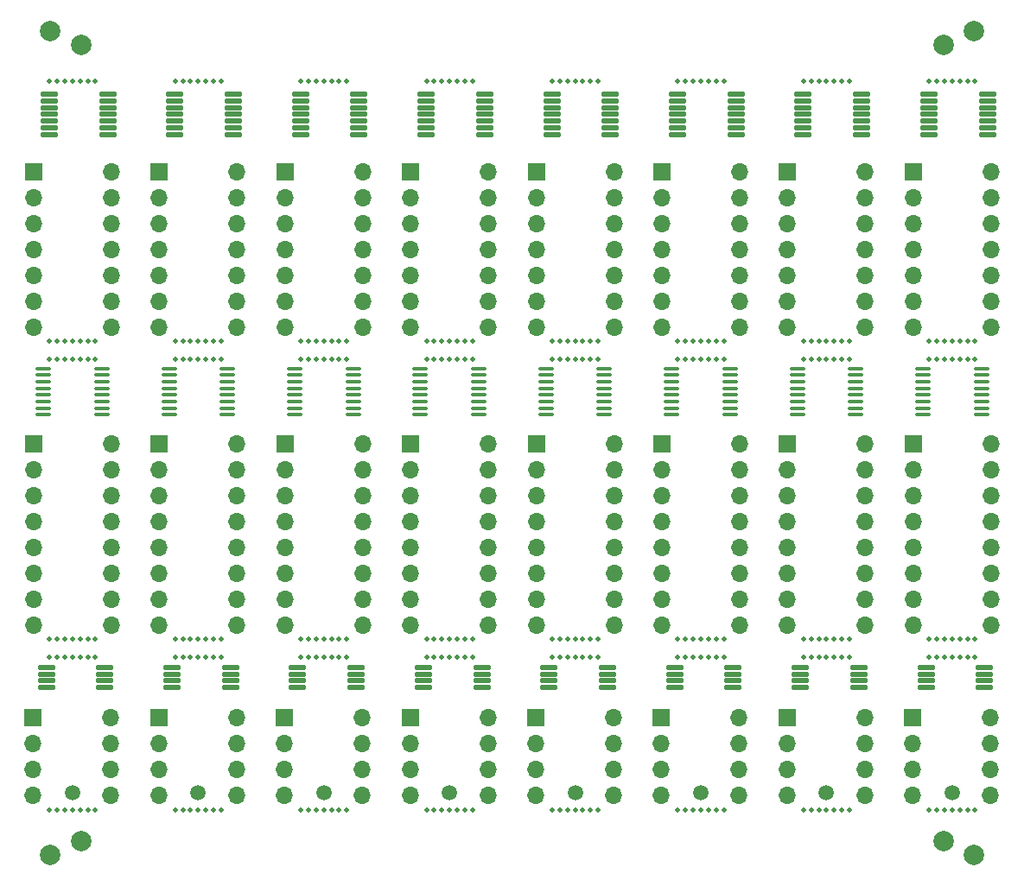
<source format=gts>
%TF.GenerationSoftware,KiCad,Pcbnew,8.0.5*%
%TF.CreationDate,2024-12-01T20:09:50-08:00*%
%TF.ProjectId,tssop,7473736f-702e-46b6-9963-61645f706362,rev?*%
%TF.SameCoordinates,Original*%
%TF.FileFunction,Soldermask,Top*%
%TF.FilePolarity,Negative*%
%FSLAX46Y46*%
G04 Gerber Fmt 4.6, Leading zero omitted, Abs format (unit mm)*
G04 Created by KiCad (PCBNEW 8.0.5) date 2024-12-01 20:09:50*
%MOMM*%
%LPD*%
G01*
G04 APERTURE LIST*
G04 Aperture macros list*
%AMRoundRect*
0 Rectangle with rounded corners*
0 $1 Rounding radius*
0 $2 $3 $4 $5 $6 $7 $8 $9 X,Y pos of 4 corners*
0 Add a 4 corners polygon primitive as box body*
4,1,4,$2,$3,$4,$5,$6,$7,$8,$9,$2,$3,0*
0 Add four circle primitives for the rounded corners*
1,1,$1+$1,$2,$3*
1,1,$1+$1,$4,$5*
1,1,$1+$1,$6,$7*
1,1,$1+$1,$8,$9*
0 Add four rect primitives between the rounded corners*
20,1,$1+$1,$2,$3,$4,$5,0*
20,1,$1+$1,$4,$5,$6,$7,0*
20,1,$1+$1,$6,$7,$8,$9,0*
20,1,$1+$1,$8,$9,$2,$3,0*%
G04 Aperture macros list end*
%ADD10C,0.500000*%
%ADD11C,1.500000*%
%ADD12O,1.700000X1.700000*%
%ADD13RoundRect,0.100000X-0.637500X-0.100000X0.637500X-0.100000X0.637500X0.100000X-0.637500X0.100000X0*%
%ADD14C,2.000000*%
%ADD15RoundRect,0.020500X-0.764500X-0.184500X0.764500X-0.184500X0.764500X0.184500X-0.764500X0.184500X0*%
%ADD16R,1.700000X1.700000*%
G04 APERTURE END LIST*
D10*
%TO.C,KiKit_MB_41_8*%
X129780678Y-121334366D03*
%TD*%
%TO.C,KiKit_MB_21_6*%
X91343445Y-104582813D03*
%TD*%
%TO.C,KiKit_MB_34_6*%
X115968271Y-77126400D03*
%TD*%
%TO.C,KiKit_MB_28_10*%
X106655858Y-77126400D03*
%TD*%
D11*
%TO.C,J17*%
X104408405Y-119662813D03*
%TD*%
D10*
%TO.C,KiKit_MB_28_6*%
X103655858Y-77126400D03*
%TD*%
%TO.C,KiKit_MB_14_7*%
X79781026Y-49875000D03*
%TD*%
D12*
%TO.C,J14*%
X108167605Y-112246013D03*
X108167605Y-114786013D03*
X108167605Y-117326013D03*
X108167605Y-119866013D03*
%TD*%
D10*
%TO.C,KiKit_MB_40_6*%
X128280684Y-77126400D03*
%TD*%
%TO.C,KiKit_MB_42_10*%
X131280678Y-106332813D03*
%TD*%
D12*
%TO.C,J12*%
X120528218Y-103207647D03*
X120528218Y-100667647D03*
X120528218Y-98127647D03*
X120528218Y-95587647D03*
X120528218Y-93047647D03*
X120528218Y-90507647D03*
X120528218Y-87967647D03*
X120528218Y-85427647D03*
%TD*%
D11*
%TO.C,J17*%
X55158753Y-119662813D03*
%TD*%
D10*
%TO.C,KiKit_MB_21_10*%
X94343445Y-104582813D03*
%TD*%
%TO.C,KiKit_MB_29_7*%
X104405852Y-121334366D03*
%TD*%
%TO.C,KiKit_MB_32_5*%
X115218265Y-49875000D03*
%TD*%
%TO.C,KiKit_MB_31_6*%
X115968265Y-75376400D03*
%TD*%
D13*
%TO.C,U4*%
X138485544Y-78021847D03*
X138485544Y-78671847D03*
X138485544Y-79321847D03*
X138485544Y-79971847D03*
X138485544Y-80621847D03*
X138485544Y-81271847D03*
X138485544Y-81921847D03*
X138485544Y-82571847D03*
X144210544Y-82571847D03*
X144210544Y-81921847D03*
X144210544Y-81271847D03*
X144210544Y-80621847D03*
X144210544Y-79971847D03*
X144210544Y-79321847D03*
X144210544Y-78671847D03*
X144210544Y-78021847D03*
%TD*%
D10*
%TO.C,KiKit_MB_19_4*%
X89843439Y-75376400D03*
%TD*%
%TO.C,KiKit_MB_12_7*%
X67468613Y-106332813D03*
%TD*%
%TO.C,KiKit_MB_34_5*%
X115218271Y-77126400D03*
%TD*%
D14*
%TO.C,KiKit_TO_1*%
X52999953Y-45000000D03*
%TD*%
D10*
%TO.C,KiKit_MB_18_4*%
X77531026Y-106332813D03*
%TD*%
%TO.C,KiKit_MB_25_10*%
X106655852Y-75376400D03*
%TD*%
%TO.C,KiKit_MB_39_9*%
X130530684Y-104582813D03*
%TD*%
%TO.C,KiKit_MB_31_5*%
X115218265Y-75376400D03*
%TD*%
%TO.C,KiKit_MB_7_8*%
X68218613Y-75376400D03*
%TD*%
%TO.C,KiKit_MB_5_10*%
X57406200Y-121334366D03*
%TD*%
D14*
%TO.C,KiKit_FID_T_2*%
X140499304Y-46350000D03*
%TD*%
D10*
%TO.C,KiKit_MB_14_10*%
X82031026Y-49875000D03*
%TD*%
%TO.C,KiKit_MB_22_8*%
X92843445Y-77126400D03*
%TD*%
%TO.C,KiKit_MB_12_4*%
X65218613Y-106332813D03*
%TD*%
%TO.C,KiKit_MB_25_7*%
X104405852Y-75376400D03*
%TD*%
%TO.C,KiKit_MB_24_9*%
X93593439Y-106332813D03*
%TD*%
%TO.C,KiKit_MB_21_7*%
X92093445Y-104582813D03*
%TD*%
%TO.C,KiKit_MB_38_9*%
X130530678Y-49875000D03*
%TD*%
D15*
%TO.C,U5*%
X89807839Y-51177447D03*
X89807839Y-51827447D03*
X89807839Y-52477447D03*
X89807839Y-53127447D03*
X89807839Y-53777447D03*
X89807839Y-54427447D03*
X89807839Y-55077447D03*
X95547839Y-55077447D03*
X95547839Y-54427447D03*
X95547839Y-53777447D03*
X95547839Y-53127447D03*
X95547839Y-52477447D03*
X95547839Y-51827447D03*
X95547839Y-51177447D03*
%TD*%
D10*
%TO.C,KiKit_MB_29_9*%
X105905852Y-121334366D03*
%TD*%
%TO.C,KiKit_MB_48_10*%
X143593091Y-106332813D03*
%TD*%
D15*
%TO.C,U6*%
X138779844Y-107357413D03*
X138779844Y-108007413D03*
X138779844Y-108657413D03*
X138779844Y-109307413D03*
X144519844Y-109307413D03*
X144519844Y-108657413D03*
X144519844Y-108007413D03*
X144519844Y-107357413D03*
%TD*%
D10*
%TO.C,KiKit_MB_16_8*%
X80531032Y-77126400D03*
%TD*%
%TO.C,KiKit_MB_45_5*%
X139843097Y-104582813D03*
%TD*%
%TO.C,KiKit_MB_19_6*%
X91343439Y-75376400D03*
%TD*%
D12*
%TO.C,J10*%
X58966100Y-74000447D03*
X58966100Y-71460447D03*
X58966100Y-68920447D03*
X58966100Y-66380447D03*
X58966100Y-63840447D03*
X58966100Y-61300447D03*
X58966100Y-58760447D03*
%TD*%
D16*
%TO.C,J11*%
X137532991Y-58760447D03*
D12*
X137532991Y-61300447D03*
X137532991Y-63840447D03*
X137532991Y-66380447D03*
X137532991Y-68920447D03*
X137532991Y-71460447D03*
X137532991Y-74000447D03*
%TD*%
D10*
%TO.C,KiKit_MB_37_5*%
X127530678Y-75376400D03*
%TD*%
%TO.C,KiKit_MB_8_5*%
X65968613Y-49875000D03*
%TD*%
%TO.C,KiKit_MB_42_5*%
X127530678Y-106332813D03*
%TD*%
D12*
%TO.C,J12*%
X58966153Y-103207647D03*
X58966153Y-100667647D03*
X58966153Y-98127647D03*
X58966153Y-95587647D03*
X58966153Y-93047647D03*
X58966153Y-90507647D03*
X58966153Y-87967647D03*
X58966153Y-85427647D03*
%TD*%
D10*
%TO.C,KiKit_MB_11_9*%
X68968613Y-121334366D03*
%TD*%
%TO.C,KiKit_MB_44_7*%
X141343091Y-49875000D03*
%TD*%
%TO.C,KiKit_MB_32_9*%
X118218265Y-49875000D03*
%TD*%
%TO.C,KiKit_MB_1_7*%
X55156200Y-75376400D03*
%TD*%
%TO.C,KiKit_MB_31_8*%
X117468265Y-75376400D03*
%TD*%
%TO.C,KiKit_MB_28_9*%
X105905858Y-77126400D03*
%TD*%
%TO.C,KiKit_MB_48_8*%
X142093091Y-106332813D03*
%TD*%
%TO.C,KiKit_MB_46_9*%
X142843097Y-77126400D03*
%TD*%
%TO.C,KiKit_MB_35_9*%
X118218265Y-121334366D03*
%TD*%
D15*
%TO.C,U6*%
X89530192Y-107357413D03*
X89530192Y-108007413D03*
X89530192Y-108657413D03*
X89530192Y-109307413D03*
X95270192Y-109307413D03*
X95270192Y-108657413D03*
X95270192Y-108007413D03*
X95270192Y-107357413D03*
%TD*%
D10*
%TO.C,KiKit_MB_13_8*%
X80531026Y-75376400D03*
%TD*%
%TO.C,KiKit_MB_10_9*%
X68968619Y-77126400D03*
%TD*%
%TO.C,KiKit_MB_36_6*%
X115968265Y-106332813D03*
%TD*%
%TO.C,KiKit_MB_35_4*%
X114468265Y-121334366D03*
%TD*%
%TO.C,KiKit_MB_31_10*%
X118968265Y-75376400D03*
%TD*%
%TO.C,KiKit_MB_37_6*%
X128280678Y-75376400D03*
%TD*%
D12*
%TO.C,J12*%
X95903392Y-103207647D03*
X95903392Y-100667647D03*
X95903392Y-98127647D03*
X95903392Y-95587647D03*
X95903392Y-93047647D03*
X95903392Y-90507647D03*
X95903392Y-87967647D03*
X95903392Y-85427647D03*
%TD*%
D10*
%TO.C,KiKit_MB_8_6*%
X66718613Y-49875000D03*
%TD*%
%TO.C,KiKit_MB_8_10*%
X69718613Y-49875000D03*
%TD*%
%TO.C,KiKit_MB_39_5*%
X127530684Y-104582813D03*
%TD*%
%TO.C,KiKit_MB_8_9*%
X68968613Y-49875000D03*
%TD*%
D15*
%TO.C,U6*%
X114155018Y-107357413D03*
X114155018Y-108007413D03*
X114155018Y-108657413D03*
X114155018Y-109307413D03*
X119895018Y-109307413D03*
X119895018Y-108657413D03*
X119895018Y-108007413D03*
X119895018Y-107357413D03*
%TD*%
D10*
%TO.C,KiKit_MB_41_4*%
X126780678Y-121334366D03*
%TD*%
%TO.C,KiKit_MB_9_10*%
X69718619Y-104582813D03*
%TD*%
%TO.C,KiKit_MB_22_10*%
X94343445Y-77126400D03*
%TD*%
%TO.C,KiKit_MB_43_7*%
X141343091Y-75376400D03*
%TD*%
D12*
%TO.C,J14*%
X145104844Y-112246013D03*
X145104844Y-114786013D03*
X145104844Y-117326013D03*
X145104844Y-119866013D03*
%TD*%
D10*
%TO.C,KiKit_MB_14_9*%
X81281026Y-49875000D03*
%TD*%
%TO.C,KiKit_MB_5_6*%
X54406200Y-121334366D03*
%TD*%
%TO.C,KiKit_MB_11_8*%
X68218613Y-121334366D03*
%TD*%
%TO.C,KiKit_MB_13_4*%
X77531026Y-75376400D03*
%TD*%
%TO.C,KiKit_MB_20_4*%
X89843439Y-49875000D03*
%TD*%
%TO.C,KiKit_MB_19_10*%
X94343439Y-75376400D03*
%TD*%
%TO.C,KiKit_MB_10_4*%
X65218619Y-77126400D03*
%TD*%
%TO.C,KiKit_MB_10_7*%
X67468619Y-77126400D03*
%TD*%
%TO.C,KiKit_MB_28_8*%
X105155858Y-77126400D03*
%TD*%
D14*
%TO.C,KiKit_FID_T_1*%
X55999953Y-46350000D03*
%TD*%
D10*
%TO.C,KiKit_MB_27_6*%
X103655858Y-104582813D03*
%TD*%
%TO.C,KiKit_MB_33_6*%
X115968271Y-104582813D03*
%TD*%
%TO.C,KiKit_MB_40_7*%
X129030684Y-77126400D03*
%TD*%
%TO.C,KiKit_MB_7_9*%
X68968613Y-75376400D03*
%TD*%
D16*
%TO.C,J13*%
X63658566Y-85427647D03*
D12*
X63658566Y-87967647D03*
X63658566Y-90507647D03*
X63658566Y-93047647D03*
X63658566Y-95587647D03*
X63658566Y-98127647D03*
X63658566Y-100667647D03*
X63658566Y-103207647D03*
%TD*%
D10*
%TO.C,KiKit_MB_22_9*%
X93593445Y-77126400D03*
%TD*%
%TO.C,KiKit_MB_33_9*%
X118218271Y-104582813D03*
%TD*%
%TO.C,KiKit_MB_37_10*%
X131280678Y-75376400D03*
%TD*%
%TO.C,KiKit_MB_25_6*%
X103655852Y-75376400D03*
%TD*%
%TO.C,KiKit_MB_29_8*%
X105155852Y-121334366D03*
%TD*%
%TO.C,KiKit_MB_47_6*%
X140593091Y-121334366D03*
%TD*%
%TO.C,KiKit_MB_22_5*%
X90593445Y-77126400D03*
%TD*%
%TO.C,KiKit_MB_12_6*%
X66718613Y-106332813D03*
%TD*%
D11*
%TO.C,J17*%
X67471166Y-119662813D03*
%TD*%
D10*
%TO.C,KiKit_MB_16_6*%
X79031032Y-77126400D03*
%TD*%
%TO.C,KiKit_MB_3_7*%
X55156206Y-104582813D03*
%TD*%
%TO.C,KiKit_MB_27_5*%
X102905858Y-104582813D03*
%TD*%
%TO.C,KiKit_MB_23_7*%
X92093439Y-121334366D03*
%TD*%
%TO.C,KiKit_MB_38_6*%
X128280678Y-49875000D03*
%TD*%
%TO.C,KiKit_MB_22_4*%
X89843445Y-77126400D03*
%TD*%
%TO.C,KiKit_MB_5_8*%
X55906200Y-121334366D03*
%TD*%
%TO.C,KiKit_MB_10_10*%
X69718619Y-77126400D03*
%TD*%
%TO.C,KiKit_MB_41_6*%
X128280678Y-121334366D03*
%TD*%
D12*
%TO.C,J10*%
X132840578Y-74000447D03*
X132840578Y-71460447D03*
X132840578Y-68920447D03*
X132840578Y-66380447D03*
X132840578Y-63840447D03*
X132840578Y-61300447D03*
X132840578Y-58760447D03*
%TD*%
D10*
%TO.C,KiKit_MB_39_10*%
X131280684Y-104582813D03*
%TD*%
D16*
%TO.C,J11*%
X125220578Y-58760447D03*
D12*
X125220578Y-61300447D03*
X125220578Y-63840447D03*
X125220578Y-66380447D03*
X125220578Y-68920447D03*
X125220578Y-71460447D03*
X125220578Y-74000447D03*
%TD*%
D10*
%TO.C,KiKit_MB_25_5*%
X102905852Y-75376400D03*
%TD*%
%TO.C,KiKit_MB_47_10*%
X143593091Y-121334366D03*
%TD*%
%TO.C,KiKit_MB_27_10*%
X106655858Y-104582813D03*
%TD*%
%TO.C,KiKit_MB_27_4*%
X102155858Y-104582813D03*
%TD*%
%TO.C,KiKit_MB_14_4*%
X77531026Y-49875000D03*
%TD*%
%TO.C,KiKit_MB_2_7*%
X55156200Y-49875000D03*
%TD*%
%TO.C,KiKit_MB_17_4*%
X77531026Y-121334366D03*
%TD*%
%TO.C,KiKit_MB_17_9*%
X81281026Y-121334366D03*
%TD*%
%TO.C,KiKit_MB_26_9*%
X105905852Y-49875000D03*
%TD*%
D12*
%TO.C,J14*%
X95855192Y-112246013D03*
X95855192Y-114786013D03*
X95855192Y-117326013D03*
X95855192Y-119866013D03*
%TD*%
D10*
%TO.C,KiKit_MB_28_7*%
X104405858Y-77126400D03*
%TD*%
D15*
%TO.C,U5*%
X114432665Y-51177447D03*
X114432665Y-51827447D03*
X114432665Y-52477447D03*
X114432665Y-53127447D03*
X114432665Y-53777447D03*
X114432665Y-54427447D03*
X114432665Y-55077447D03*
X120172665Y-55077447D03*
X120172665Y-54427447D03*
X120172665Y-53777447D03*
X120172665Y-53127447D03*
X120172665Y-52477447D03*
X120172665Y-51827447D03*
X120172665Y-51177447D03*
%TD*%
D10*
%TO.C,KiKit_MB_4_8*%
X55906206Y-77126400D03*
%TD*%
%TO.C,KiKit_MB_9_4*%
X65218619Y-104582813D03*
%TD*%
D15*
%TO.C,U5*%
X126745078Y-51177447D03*
X126745078Y-51827447D03*
X126745078Y-52477447D03*
X126745078Y-53127447D03*
X126745078Y-53777447D03*
X126745078Y-54427447D03*
X126745078Y-55077447D03*
X132485078Y-55077447D03*
X132485078Y-54427447D03*
X132485078Y-53777447D03*
X132485078Y-53127447D03*
X132485078Y-52477447D03*
X132485078Y-51827447D03*
X132485078Y-51177447D03*
%TD*%
D12*
%TO.C,J14*%
X71230366Y-112246013D03*
X71230366Y-114786013D03*
X71230366Y-117326013D03*
X71230366Y-119866013D03*
%TD*%
D16*
%TO.C,J13*%
X75970979Y-85427647D03*
D12*
X75970979Y-87967647D03*
X75970979Y-90507647D03*
X75970979Y-93047647D03*
X75970979Y-95587647D03*
X75970979Y-98127647D03*
X75970979Y-100667647D03*
X75970979Y-103207647D03*
%TD*%
D10*
%TO.C,KiKit_MB_1_9*%
X56656200Y-75376400D03*
%TD*%
%TO.C,KiKit_MB_15_4*%
X77531032Y-104582813D03*
%TD*%
%TO.C,KiKit_MB_40_4*%
X126780684Y-77126400D03*
%TD*%
%TO.C,KiKit_MB_24_4*%
X89843439Y-106332813D03*
%TD*%
%TO.C,KiKit_MB_32_4*%
X114468265Y-49875000D03*
%TD*%
%TO.C,KiKit_MB_31_9*%
X118218265Y-75376400D03*
%TD*%
%TO.C,KiKit_MB_3_10*%
X57406206Y-104582813D03*
%TD*%
%TO.C,KiKit_MB_48_4*%
X139093091Y-106332813D03*
%TD*%
%TO.C,KiKit_MB_12_10*%
X69718613Y-106332813D03*
%TD*%
%TO.C,KiKit_MB_29_10*%
X106655852Y-121334366D03*
%TD*%
%TO.C,KiKit_MB_6_4*%
X52906200Y-106332813D03*
%TD*%
%TO.C,KiKit_MB_39_6*%
X128280684Y-104582813D03*
%TD*%
%TO.C,KiKit_MB_30_10*%
X106655852Y-106332813D03*
%TD*%
%TO.C,KiKit_MB_12_5*%
X65968613Y-106332813D03*
%TD*%
D16*
%TO.C,J11*%
X100595752Y-58760447D03*
D12*
X100595752Y-61300447D03*
X100595752Y-63840447D03*
X100595752Y-66380447D03*
X100595752Y-68920447D03*
X100595752Y-71460447D03*
X100595752Y-74000447D03*
%TD*%
D10*
%TO.C,KiKit_MB_18_8*%
X80531026Y-106332813D03*
%TD*%
%TO.C,KiKit_MB_44_9*%
X142843091Y-49875000D03*
%TD*%
%TO.C,KiKit_MB_20_5*%
X90593439Y-49875000D03*
%TD*%
D15*
%TO.C,U5*%
X77495426Y-51177447D03*
X77495426Y-51827447D03*
X77495426Y-52477447D03*
X77495426Y-53127447D03*
X77495426Y-53777447D03*
X77495426Y-54427447D03*
X77495426Y-55077447D03*
X83235426Y-55077447D03*
X83235426Y-54427447D03*
X83235426Y-53777447D03*
X83235426Y-53127447D03*
X83235426Y-52477447D03*
X83235426Y-51827447D03*
X83235426Y-51177447D03*
%TD*%
D10*
%TO.C,KiKit_MB_4_6*%
X54406206Y-77126400D03*
%TD*%
%TO.C,KiKit_MB_4_5*%
X53656206Y-77126400D03*
%TD*%
D11*
%TO.C,J17*%
X141345644Y-119662813D03*
%TD*%
D10*
%TO.C,KiKit_MB_25_8*%
X105155852Y-75376400D03*
%TD*%
D16*
%TO.C,J15*%
X63610366Y-112246013D03*
D12*
X63610366Y-114786013D03*
X63610366Y-117326013D03*
X63610366Y-119866013D03*
%TD*%
D10*
%TO.C,KiKit_MB_4_7*%
X55156206Y-77126400D03*
%TD*%
%TO.C,KiKit_MB_6_5*%
X53656200Y-106332813D03*
%TD*%
%TO.C,KiKit_MB_13_7*%
X79781026Y-75376400D03*
%TD*%
D16*
%TO.C,J11*%
X112908165Y-58760447D03*
D12*
X112908165Y-61300447D03*
X112908165Y-63840447D03*
X112908165Y-66380447D03*
X112908165Y-68920447D03*
X112908165Y-71460447D03*
X112908165Y-74000447D03*
%TD*%
D13*
%TO.C,U4*%
X52298653Y-78021847D03*
X52298653Y-78671847D03*
X52298653Y-79321847D03*
X52298653Y-79971847D03*
X52298653Y-80621847D03*
X52298653Y-81271847D03*
X52298653Y-81921847D03*
X52298653Y-82571847D03*
X58023653Y-82571847D03*
X58023653Y-81921847D03*
X58023653Y-81271847D03*
X58023653Y-80621847D03*
X58023653Y-79971847D03*
X58023653Y-79321847D03*
X58023653Y-78671847D03*
X58023653Y-78021847D03*
%TD*%
D10*
%TO.C,KiKit_MB_34_8*%
X117468271Y-77126400D03*
%TD*%
%TO.C,KiKit_MB_35_5*%
X115218265Y-121334366D03*
%TD*%
%TO.C,KiKit_MB_33_8*%
X117468271Y-104582813D03*
%TD*%
%TO.C,KiKit_MB_12_9*%
X68968613Y-106332813D03*
%TD*%
D16*
%TO.C,J13*%
X100595805Y-85427647D03*
D12*
X100595805Y-87967647D03*
X100595805Y-90507647D03*
X100595805Y-93047647D03*
X100595805Y-95587647D03*
X100595805Y-98127647D03*
X100595805Y-100667647D03*
X100595805Y-103207647D03*
%TD*%
D10*
%TO.C,KiKit_MB_36_10*%
X118968265Y-106332813D03*
%TD*%
%TO.C,KiKit_MB_9_6*%
X66718619Y-104582813D03*
%TD*%
%TO.C,KiKit_MB_2_8*%
X55906200Y-49875000D03*
%TD*%
%TO.C,KiKit_MB_30_6*%
X103655852Y-106332813D03*
%TD*%
%TO.C,KiKit_MB_3_4*%
X52906206Y-104582813D03*
%TD*%
%TO.C,KiKit_MB_10_8*%
X68218619Y-77126400D03*
%TD*%
%TO.C,KiKit_MB_24_7*%
X92093439Y-106332813D03*
%TD*%
%TO.C,KiKit_MB_23_4*%
X89843439Y-121334366D03*
%TD*%
%TO.C,KiKit_MB_31_7*%
X116718265Y-75376400D03*
%TD*%
%TO.C,KiKit_MB_14_8*%
X80531026Y-49875000D03*
%TD*%
%TO.C,KiKit_MB_5_7*%
X55156200Y-121334366D03*
%TD*%
%TO.C,KiKit_MB_1_4*%
X52906200Y-75376400D03*
%TD*%
%TO.C,KiKit_MB_44_4*%
X139093091Y-49875000D03*
%TD*%
D12*
%TO.C,J10*%
X145152991Y-74000447D03*
X145152991Y-71460447D03*
X145152991Y-68920447D03*
X145152991Y-66380447D03*
X145152991Y-63840447D03*
X145152991Y-61300447D03*
X145152991Y-58760447D03*
%TD*%
D10*
%TO.C,KiKit_MB_4_4*%
X52906206Y-77126400D03*
%TD*%
%TO.C,KiKit_MB_18_6*%
X79031026Y-106332813D03*
%TD*%
D15*
%TO.C,U5*%
X65183013Y-51177447D03*
X65183013Y-51827447D03*
X65183013Y-52477447D03*
X65183013Y-53127447D03*
X65183013Y-53777447D03*
X65183013Y-54427447D03*
X65183013Y-55077447D03*
X70923013Y-55077447D03*
X70923013Y-54427447D03*
X70923013Y-53777447D03*
X70923013Y-53127447D03*
X70923013Y-52477447D03*
X70923013Y-51827447D03*
X70923013Y-51177447D03*
%TD*%
D10*
%TO.C,KiKit_MB_23_6*%
X91343439Y-121334366D03*
%TD*%
%TO.C,KiKit_MB_16_10*%
X82031032Y-77126400D03*
%TD*%
%TO.C,KiKit_MB_3_8*%
X55906206Y-104582813D03*
%TD*%
%TO.C,KiKit_MB_26_6*%
X103655852Y-49875000D03*
%TD*%
%TO.C,KiKit_MB_11_5*%
X65968613Y-121334366D03*
%TD*%
%TO.C,KiKit_MB_32_6*%
X115968265Y-49875000D03*
%TD*%
%TO.C,KiKit_MB_19_8*%
X92843439Y-75376400D03*
%TD*%
%TO.C,KiKit_MB_43_9*%
X142843091Y-75376400D03*
%TD*%
%TO.C,KiKit_MB_36_5*%
X115218265Y-106332813D03*
%TD*%
%TO.C,KiKit_MB_42_7*%
X129030678Y-106332813D03*
%TD*%
D13*
%TO.C,U4*%
X126173131Y-78021847D03*
X126173131Y-78671847D03*
X126173131Y-79321847D03*
X126173131Y-79971847D03*
X126173131Y-80621847D03*
X126173131Y-81271847D03*
X126173131Y-81921847D03*
X126173131Y-82571847D03*
X131898131Y-82571847D03*
X131898131Y-81921847D03*
X131898131Y-81271847D03*
X131898131Y-80621847D03*
X131898131Y-79971847D03*
X131898131Y-79321847D03*
X131898131Y-78671847D03*
X131898131Y-78021847D03*
%TD*%
D10*
%TO.C,KiKit_MB_3_5*%
X53656206Y-104582813D03*
%TD*%
D16*
%TO.C,J13*%
X125220631Y-85427647D03*
D12*
X125220631Y-87967647D03*
X125220631Y-90507647D03*
X125220631Y-93047647D03*
X125220631Y-95587647D03*
X125220631Y-98127647D03*
X125220631Y-100667647D03*
X125220631Y-103207647D03*
%TD*%
D16*
%TO.C,J15*%
X75922779Y-112246013D03*
D12*
X75922779Y-114786013D03*
X75922779Y-117326013D03*
X75922779Y-119866013D03*
%TD*%
D16*
%TO.C,J13*%
X51346153Y-85427647D03*
D12*
X51346153Y-87967647D03*
X51346153Y-90507647D03*
X51346153Y-93047647D03*
X51346153Y-95587647D03*
X51346153Y-98127647D03*
X51346153Y-100667647D03*
X51346153Y-103207647D03*
%TD*%
D10*
%TO.C,KiKit_MB_26_5*%
X102905852Y-49875000D03*
%TD*%
%TO.C,KiKit_MB_35_10*%
X118968265Y-121334366D03*
%TD*%
%TO.C,KiKit_MB_27_8*%
X105155858Y-104582813D03*
%TD*%
%TO.C,KiKit_MB_33_7*%
X116718271Y-104582813D03*
%TD*%
%TO.C,KiKit_MB_42_4*%
X126780678Y-106332813D03*
%TD*%
%TO.C,KiKit_MB_5_5*%
X53656200Y-121334366D03*
%TD*%
%TO.C,KiKit_MB_17_7*%
X79781026Y-121334366D03*
%TD*%
%TO.C,KiKit_MB_36_4*%
X114468265Y-106332813D03*
%TD*%
D11*
%TO.C,J17*%
X92095992Y-119662813D03*
%TD*%
D12*
%TO.C,J10*%
X83590926Y-74000447D03*
X83590926Y-71460447D03*
X83590926Y-68920447D03*
X83590926Y-66380447D03*
X83590926Y-63840447D03*
X83590926Y-61300447D03*
X83590926Y-58760447D03*
%TD*%
D10*
%TO.C,KiKit_MB_14_5*%
X78281026Y-49875000D03*
%TD*%
D16*
%TO.C,J15*%
X137484844Y-112246013D03*
D12*
X137484844Y-114786013D03*
X137484844Y-117326013D03*
X137484844Y-119866013D03*
%TD*%
D10*
%TO.C,KiKit_MB_20_7*%
X92093439Y-49875000D03*
%TD*%
%TO.C,KiKit_MB_7_4*%
X65218613Y-75376400D03*
%TD*%
%TO.C,KiKit_MB_37_9*%
X130530678Y-75376400D03*
%TD*%
D12*
%TO.C,J14*%
X132792431Y-112246013D03*
X132792431Y-114786013D03*
X132792431Y-117326013D03*
X132792431Y-119866013D03*
%TD*%
D10*
%TO.C,KiKit_MB_39_8*%
X129780684Y-104582813D03*
%TD*%
D16*
%TO.C,J11*%
X63658513Y-58760447D03*
D12*
X63658513Y-61300447D03*
X63658513Y-63840447D03*
X63658513Y-66380447D03*
X63658513Y-68920447D03*
X63658513Y-71460447D03*
X63658513Y-74000447D03*
%TD*%
D10*
%TO.C,KiKit_MB_30_8*%
X105155852Y-106332813D03*
%TD*%
%TO.C,KiKit_MB_33_4*%
X114468271Y-104582813D03*
%TD*%
%TO.C,KiKit_MB_5_9*%
X56656200Y-121334366D03*
%TD*%
%TO.C,KiKit_MB_10_6*%
X66718619Y-77126400D03*
%TD*%
%TO.C,KiKit_MB_36_8*%
X117468265Y-106332813D03*
%TD*%
%TO.C,KiKit_MB_24_5*%
X90593439Y-106332813D03*
%TD*%
%TO.C,KiKit_MB_27_7*%
X104405858Y-104582813D03*
%TD*%
%TO.C,KiKit_MB_15_6*%
X79031032Y-104582813D03*
%TD*%
%TO.C,KiKit_MB_4_9*%
X56656206Y-77126400D03*
%TD*%
D13*
%TO.C,U4*%
X89235892Y-78021847D03*
X89235892Y-78671847D03*
X89235892Y-79321847D03*
X89235892Y-79971847D03*
X89235892Y-80621847D03*
X89235892Y-81271847D03*
X89235892Y-81921847D03*
X89235892Y-82571847D03*
X94960892Y-82571847D03*
X94960892Y-81921847D03*
X94960892Y-81271847D03*
X94960892Y-80621847D03*
X94960892Y-79971847D03*
X94960892Y-79321847D03*
X94960892Y-78671847D03*
X94960892Y-78021847D03*
%TD*%
D10*
%TO.C,KiKit_MB_34_4*%
X114468271Y-77126400D03*
%TD*%
D15*
%TO.C,U6*%
X101842605Y-107357413D03*
X101842605Y-108007413D03*
X101842605Y-108657413D03*
X101842605Y-109307413D03*
X107582605Y-109307413D03*
X107582605Y-108657413D03*
X107582605Y-108007413D03*
X107582605Y-107357413D03*
%TD*%
D10*
%TO.C,KiKit_MB_3_9*%
X56656206Y-104582813D03*
%TD*%
%TO.C,KiKit_MB_15_9*%
X81281032Y-104582813D03*
%TD*%
D12*
%TO.C,J12*%
X71278566Y-103207647D03*
X71278566Y-100667647D03*
X71278566Y-98127647D03*
X71278566Y-95587647D03*
X71278566Y-93047647D03*
X71278566Y-90507647D03*
X71278566Y-87967647D03*
X71278566Y-85427647D03*
%TD*%
D10*
%TO.C,KiKit_MB_47_8*%
X142093091Y-121334366D03*
%TD*%
D12*
%TO.C,J10*%
X108215752Y-74000447D03*
X108215752Y-71460447D03*
X108215752Y-68920447D03*
X108215752Y-66380447D03*
X108215752Y-63840447D03*
X108215752Y-61300447D03*
X108215752Y-58760447D03*
%TD*%
%TO.C,J10*%
X95903339Y-74000447D03*
X95903339Y-71460447D03*
X95903339Y-68920447D03*
X95903339Y-66380447D03*
X95903339Y-63840447D03*
X95903339Y-61300447D03*
X95903339Y-58760447D03*
%TD*%
D10*
%TO.C,KiKit_MB_21_5*%
X90593445Y-104582813D03*
%TD*%
%TO.C,KiKit_MB_16_5*%
X78281032Y-77126400D03*
%TD*%
%TO.C,KiKit_MB_40_9*%
X130530684Y-77126400D03*
%TD*%
%TO.C,KiKit_MB_6_9*%
X56656200Y-106332813D03*
%TD*%
%TO.C,KiKit_MB_46_4*%
X139093097Y-77126400D03*
%TD*%
%TO.C,KiKit_MB_4_10*%
X57406206Y-77126400D03*
%TD*%
%TO.C,KiKit_MB_38_7*%
X129030678Y-49875000D03*
%TD*%
%TO.C,KiKit_MB_6_10*%
X57406200Y-106332813D03*
%TD*%
%TO.C,KiKit_MB_32_7*%
X116718265Y-49875000D03*
%TD*%
%TO.C,KiKit_MB_13_6*%
X79031026Y-75376400D03*
%TD*%
%TO.C,KiKit_MB_30_5*%
X102905852Y-106332813D03*
%TD*%
%TO.C,KiKit_MB_44_5*%
X139843091Y-49875000D03*
%TD*%
%TO.C,KiKit_MB_21_8*%
X92843445Y-104582813D03*
%TD*%
%TO.C,KiKit_MB_35_7*%
X116718265Y-121334366D03*
%TD*%
%TO.C,KiKit_MB_1_8*%
X55906200Y-75376400D03*
%TD*%
D16*
%TO.C,J15*%
X51297953Y-112246013D03*
D12*
X51297953Y-114786013D03*
X51297953Y-117326013D03*
X51297953Y-119866013D03*
%TD*%
D10*
%TO.C,KiKit_MB_21_4*%
X89843445Y-104582813D03*
%TD*%
%TO.C,KiKit_MB_16_9*%
X81281032Y-77126400D03*
%TD*%
%TO.C,KiKit_MB_28_4*%
X102155858Y-77126400D03*
%TD*%
%TO.C,KiKit_MB_48_5*%
X139843091Y-106332813D03*
%TD*%
%TO.C,KiKit_MB_13_9*%
X81281026Y-75376400D03*
%TD*%
%TO.C,KiKit_MB_2_9*%
X56656200Y-49875000D03*
%TD*%
%TO.C,KiKit_MB_23_8*%
X92843439Y-121334366D03*
%TD*%
D15*
%TO.C,U6*%
X77217779Y-107357413D03*
X77217779Y-108007413D03*
X77217779Y-108657413D03*
X77217779Y-109307413D03*
X82957779Y-109307413D03*
X82957779Y-108657413D03*
X82957779Y-108007413D03*
X82957779Y-107357413D03*
%TD*%
%TO.C,U5*%
X52870600Y-51177447D03*
X52870600Y-51827447D03*
X52870600Y-52477447D03*
X52870600Y-53127447D03*
X52870600Y-53777447D03*
X52870600Y-54427447D03*
X52870600Y-55077447D03*
X58610600Y-55077447D03*
X58610600Y-54427447D03*
X58610600Y-53777447D03*
X58610600Y-53127447D03*
X58610600Y-52477447D03*
X58610600Y-51827447D03*
X58610600Y-51177447D03*
%TD*%
D16*
%TO.C,J15*%
X100547605Y-112246013D03*
D12*
X100547605Y-114786013D03*
X100547605Y-117326013D03*
X100547605Y-119866013D03*
%TD*%
D10*
%TO.C,KiKit_MB_9_8*%
X68218619Y-104582813D03*
%TD*%
%TO.C,KiKit_MB_11_4*%
X65218613Y-121334366D03*
%TD*%
D12*
%TO.C,J12*%
X145153044Y-103207647D03*
X145153044Y-100667647D03*
X145153044Y-98127647D03*
X145153044Y-95587647D03*
X145153044Y-93047647D03*
X145153044Y-90507647D03*
X145153044Y-87967647D03*
X145153044Y-85427647D03*
%TD*%
D10*
%TO.C,KiKit_MB_26_4*%
X102155852Y-49875000D03*
%TD*%
%TO.C,KiKit_MB_45_7*%
X141343097Y-104582813D03*
%TD*%
%TO.C,KiKit_MB_16_7*%
X79781032Y-77126400D03*
%TD*%
%TO.C,KiKit_MB_47_5*%
X139843091Y-121334366D03*
%TD*%
D12*
%TO.C,J10*%
X71278513Y-74000447D03*
X71278513Y-71460447D03*
X71278513Y-68920447D03*
X71278513Y-66380447D03*
X71278513Y-63840447D03*
X71278513Y-61300447D03*
X71278513Y-58760447D03*
%TD*%
D10*
%TO.C,KiKit_MB_5_4*%
X52906200Y-121334366D03*
%TD*%
%TO.C,KiKit_MB_41_10*%
X131280678Y-121334366D03*
%TD*%
%TO.C,KiKit_MB_8_7*%
X67468613Y-49875000D03*
%TD*%
D16*
%TO.C,J15*%
X125172431Y-112246013D03*
D12*
X125172431Y-114786013D03*
X125172431Y-117326013D03*
X125172431Y-119866013D03*
%TD*%
D10*
%TO.C,KiKit_MB_20_10*%
X94343439Y-49875000D03*
%TD*%
D15*
%TO.C,U6*%
X64905366Y-107357413D03*
X64905366Y-108007413D03*
X64905366Y-108657413D03*
X64905366Y-109307413D03*
X70645366Y-109307413D03*
X70645366Y-108657413D03*
X70645366Y-108007413D03*
X70645366Y-107357413D03*
%TD*%
D10*
%TO.C,KiKit_MB_17_8*%
X80531026Y-121334366D03*
%TD*%
%TO.C,KiKit_MB_37_8*%
X129780678Y-75376400D03*
%TD*%
D16*
%TO.C,J11*%
X51346100Y-58760447D03*
D12*
X51346100Y-61300447D03*
X51346100Y-63840447D03*
X51346100Y-66380447D03*
X51346100Y-68920447D03*
X51346100Y-71460447D03*
X51346100Y-74000447D03*
%TD*%
D10*
%TO.C,KiKit_MB_20_6*%
X91343439Y-49875000D03*
%TD*%
%TO.C,KiKit_MB_15_10*%
X82031032Y-104582813D03*
%TD*%
%TO.C,KiKit_MB_9_5*%
X65968619Y-104582813D03*
%TD*%
%TO.C,KiKit_MB_46_5*%
X139843097Y-77126400D03*
%TD*%
%TO.C,KiKit_MB_17_5*%
X78281026Y-121334366D03*
%TD*%
%TO.C,KiKit_MB_13_5*%
X78281026Y-75376400D03*
%TD*%
%TO.C,KiKit_MB_6_6*%
X54406200Y-106332813D03*
%TD*%
%TO.C,KiKit_MB_38_4*%
X126780678Y-49875000D03*
%TD*%
D11*
%TO.C,J17*%
X116720818Y-119662813D03*
%TD*%
D14*
%TO.C,KiKit_TO_2*%
X143499304Y-45000000D03*
%TD*%
D10*
%TO.C,KiKit_MB_9_9*%
X68968619Y-104582813D03*
%TD*%
%TO.C,KiKit_MB_40_5*%
X127530684Y-77126400D03*
%TD*%
%TO.C,KiKit_MB_28_5*%
X102905858Y-77126400D03*
%TD*%
D13*
%TO.C,U4*%
X76923479Y-78021847D03*
X76923479Y-78671847D03*
X76923479Y-79321847D03*
X76923479Y-79971847D03*
X76923479Y-80621847D03*
X76923479Y-81271847D03*
X76923479Y-81921847D03*
X76923479Y-82571847D03*
X82648479Y-82571847D03*
X82648479Y-81921847D03*
X82648479Y-81271847D03*
X82648479Y-80621847D03*
X82648479Y-79971847D03*
X82648479Y-79321847D03*
X82648479Y-78671847D03*
X82648479Y-78021847D03*
%TD*%
D10*
%TO.C,KiKit_MB_7_10*%
X69718613Y-75376400D03*
%TD*%
%TO.C,KiKit_MB_1_6*%
X54406200Y-75376400D03*
%TD*%
D12*
%TO.C,J14*%
X120480018Y-112246013D03*
X120480018Y-114786013D03*
X120480018Y-117326013D03*
X120480018Y-119866013D03*
%TD*%
D10*
%TO.C,KiKit_MB_11_6*%
X66718613Y-121334366D03*
%TD*%
%TO.C,KiKit_MB_26_8*%
X105155852Y-49875000D03*
%TD*%
%TO.C,KiKit_MB_7_5*%
X65968613Y-75376400D03*
%TD*%
%TO.C,KiKit_MB_24_10*%
X94343439Y-106332813D03*
%TD*%
%TO.C,KiKit_MB_37_7*%
X129030678Y-75376400D03*
%TD*%
D14*
%TO.C,KiKit_FID_T_3*%
X55999953Y-124359366D03*
%TD*%
D10*
%TO.C,KiKit_MB_44_10*%
X143593091Y-49875000D03*
%TD*%
D13*
%TO.C,U4*%
X101548305Y-78021847D03*
X101548305Y-78671847D03*
X101548305Y-79321847D03*
X101548305Y-79971847D03*
X101548305Y-80621847D03*
X101548305Y-81271847D03*
X101548305Y-81921847D03*
X101548305Y-82571847D03*
X107273305Y-82571847D03*
X107273305Y-81921847D03*
X107273305Y-81271847D03*
X107273305Y-80621847D03*
X107273305Y-79971847D03*
X107273305Y-79321847D03*
X107273305Y-78671847D03*
X107273305Y-78021847D03*
%TD*%
D10*
%TO.C,KiKit_MB_35_8*%
X117468265Y-121334366D03*
%TD*%
D13*
%TO.C,U4*%
X113860718Y-78021847D03*
X113860718Y-78671847D03*
X113860718Y-79321847D03*
X113860718Y-79971847D03*
X113860718Y-80621847D03*
X113860718Y-81271847D03*
X113860718Y-81921847D03*
X113860718Y-82571847D03*
X119585718Y-82571847D03*
X119585718Y-81921847D03*
X119585718Y-81271847D03*
X119585718Y-80621847D03*
X119585718Y-79971847D03*
X119585718Y-79321847D03*
X119585718Y-78671847D03*
X119585718Y-78021847D03*
%TD*%
D10*
%TO.C,KiKit_MB_15_8*%
X80531032Y-104582813D03*
%TD*%
%TO.C,KiKit_MB_32_10*%
X118968265Y-49875000D03*
%TD*%
%TO.C,KiKit_MB_33_10*%
X118968271Y-104582813D03*
%TD*%
%TO.C,KiKit_MB_45_8*%
X142093097Y-104582813D03*
%TD*%
%TO.C,KiKit_MB_43_10*%
X143593091Y-75376400D03*
%TD*%
%TO.C,KiKit_MB_41_9*%
X130530678Y-121334366D03*
%TD*%
%TO.C,KiKit_MB_25_9*%
X105905852Y-75376400D03*
%TD*%
%TO.C,KiKit_MB_39_7*%
X129030684Y-104582813D03*
%TD*%
%TO.C,KiKit_MB_19_5*%
X90593439Y-75376400D03*
%TD*%
%TO.C,KiKit_MB_17_10*%
X82031026Y-121334366D03*
%TD*%
%TO.C,KiKit_MB_18_5*%
X78281026Y-106332813D03*
%TD*%
%TO.C,KiKit_MB_35_6*%
X115968265Y-121334366D03*
%TD*%
D15*
%TO.C,U6*%
X126467431Y-107357413D03*
X126467431Y-108007413D03*
X126467431Y-108657413D03*
X126467431Y-109307413D03*
X132207431Y-109307413D03*
X132207431Y-108657413D03*
X132207431Y-108007413D03*
X132207431Y-107357413D03*
%TD*%
D10*
%TO.C,KiKit_MB_6_7*%
X55156200Y-106332813D03*
%TD*%
%TO.C,KiKit_MB_40_8*%
X129780684Y-77126400D03*
%TD*%
D12*
%TO.C,J10*%
X120528165Y-74000447D03*
X120528165Y-71460447D03*
X120528165Y-68920447D03*
X120528165Y-66380447D03*
X120528165Y-63840447D03*
X120528165Y-61300447D03*
X120528165Y-58760447D03*
%TD*%
%TO.C,J14*%
X58917953Y-112246013D03*
X58917953Y-114786013D03*
X58917953Y-117326013D03*
X58917953Y-119866013D03*
%TD*%
D10*
%TO.C,KiKit_MB_29_4*%
X102155852Y-121334366D03*
%TD*%
%TO.C,KiKit_MB_41_5*%
X127530678Y-121334366D03*
%TD*%
%TO.C,KiKit_MB_30_9*%
X105905852Y-106332813D03*
%TD*%
D15*
%TO.C,U6*%
X52592953Y-107357413D03*
X52592953Y-108007413D03*
X52592953Y-108657413D03*
X52592953Y-109307413D03*
X58332953Y-109307413D03*
X58332953Y-108657413D03*
X58332953Y-108007413D03*
X58332953Y-107357413D03*
%TD*%
%TO.C,U5*%
X102120252Y-51177447D03*
X102120252Y-51827447D03*
X102120252Y-52477447D03*
X102120252Y-53127447D03*
X102120252Y-53777447D03*
X102120252Y-54427447D03*
X102120252Y-55077447D03*
X107860252Y-55077447D03*
X107860252Y-54427447D03*
X107860252Y-53777447D03*
X107860252Y-53127447D03*
X107860252Y-52477447D03*
X107860252Y-51827447D03*
X107860252Y-51177447D03*
%TD*%
D10*
%TO.C,KiKit_MB_2_6*%
X54406200Y-49875000D03*
%TD*%
%TO.C,KiKit_MB_11_10*%
X69718613Y-121334366D03*
%TD*%
D11*
%TO.C,J17*%
X129033231Y-119662813D03*
%TD*%
D10*
%TO.C,KiKit_MB_31_4*%
X114468265Y-75376400D03*
%TD*%
D14*
%TO.C,KiKit_TO_3*%
X52999953Y-125709366D03*
%TD*%
D16*
%TO.C,J13*%
X88283392Y-85427647D03*
D12*
X88283392Y-87967647D03*
X88283392Y-90507647D03*
X88283392Y-93047647D03*
X88283392Y-95587647D03*
X88283392Y-98127647D03*
X88283392Y-100667647D03*
X88283392Y-103207647D03*
%TD*%
D10*
%TO.C,KiKit_MB_13_10*%
X82031026Y-75376400D03*
%TD*%
D14*
%TO.C,KiKit_FID_T_4*%
X140499304Y-124359366D03*
%TD*%
D10*
%TO.C,KiKit_MB_18_7*%
X79781026Y-106332813D03*
%TD*%
%TO.C,KiKit_MB_27_9*%
X105905858Y-104582813D03*
%TD*%
%TO.C,KiKit_MB_9_7*%
X67468619Y-104582813D03*
%TD*%
%TO.C,KiKit_MB_48_6*%
X140593091Y-106332813D03*
%TD*%
%TO.C,KiKit_MB_1_10*%
X57406200Y-75376400D03*
%TD*%
%TO.C,KiKit_MB_37_4*%
X126780678Y-75376400D03*
%TD*%
%TO.C,KiKit_MB_34_7*%
X116718271Y-77126400D03*
%TD*%
%TO.C,KiKit_MB_48_9*%
X142843091Y-106332813D03*
%TD*%
D12*
%TO.C,J12*%
X108215805Y-103207647D03*
X108215805Y-100667647D03*
X108215805Y-98127647D03*
X108215805Y-95587647D03*
X108215805Y-93047647D03*
X108215805Y-90507647D03*
X108215805Y-87967647D03*
X108215805Y-85427647D03*
%TD*%
D10*
%TO.C,KiKit_MB_24_6*%
X91343439Y-106332813D03*
%TD*%
%TO.C,KiKit_MB_16_4*%
X77531032Y-77126400D03*
%TD*%
%TO.C,KiKit_MB_8_8*%
X68218613Y-49875000D03*
%TD*%
%TO.C,KiKit_MB_47_7*%
X141343091Y-121334366D03*
%TD*%
%TO.C,KiKit_MB_10_5*%
X65968619Y-77126400D03*
%TD*%
%TO.C,KiKit_MB_34_10*%
X118968271Y-77126400D03*
%TD*%
%TO.C,KiKit_MB_47_9*%
X142843091Y-121334366D03*
%TD*%
%TO.C,KiKit_MB_47_4*%
X139093091Y-121334366D03*
%TD*%
%TO.C,KiKit_MB_1_5*%
X53656200Y-75376400D03*
%TD*%
%TO.C,KiKit_MB_40_10*%
X131280684Y-77126400D03*
%TD*%
%TO.C,KiKit_MB_2_5*%
X53656200Y-49875000D03*
%TD*%
%TO.C,KiKit_MB_42_8*%
X129780678Y-106332813D03*
%TD*%
%TO.C,KiKit_MB_24_8*%
X92843439Y-106332813D03*
%TD*%
%TO.C,KiKit_MB_43_6*%
X140593091Y-75376400D03*
%TD*%
%TO.C,KiKit_MB_33_5*%
X115218271Y-104582813D03*
%TD*%
%TO.C,KiKit_MB_36_9*%
X118218265Y-106332813D03*
%TD*%
%TO.C,KiKit_MB_30_7*%
X104405852Y-106332813D03*
%TD*%
%TO.C,KiKit_MB_45_10*%
X143593097Y-104582813D03*
%TD*%
%TO.C,KiKit_MB_45_9*%
X142843097Y-104582813D03*
%TD*%
D12*
%TO.C,J12*%
X83590979Y-103207647D03*
X83590979Y-100667647D03*
X83590979Y-98127647D03*
X83590979Y-95587647D03*
X83590979Y-93047647D03*
X83590979Y-90507647D03*
X83590979Y-87967647D03*
X83590979Y-85427647D03*
%TD*%
D10*
%TO.C,KiKit_MB_36_7*%
X116718265Y-106332813D03*
%TD*%
%TO.C,KiKit_MB_43_5*%
X139843091Y-75376400D03*
%TD*%
%TO.C,KiKit_MB_20_9*%
X93593439Y-49875000D03*
%TD*%
D12*
%TO.C,J14*%
X83542779Y-112246013D03*
X83542779Y-114786013D03*
X83542779Y-117326013D03*
X83542779Y-119866013D03*
%TD*%
D10*
%TO.C,KiKit_MB_30_4*%
X102155852Y-106332813D03*
%TD*%
%TO.C,KiKit_MB_18_10*%
X82031026Y-106332813D03*
%TD*%
%TO.C,KiKit_MB_11_7*%
X67468613Y-121334366D03*
%TD*%
%TO.C,KiKit_MB_44_6*%
X140593091Y-49875000D03*
%TD*%
%TO.C,KiKit_MB_41_7*%
X129030678Y-121334366D03*
%TD*%
%TO.C,KiKit_MB_43_8*%
X142093091Y-75376400D03*
%TD*%
%TO.C,KiKit_MB_21_9*%
X93593445Y-104582813D03*
%TD*%
D16*
%TO.C,J15*%
X112860018Y-112246013D03*
D12*
X112860018Y-114786013D03*
X112860018Y-117326013D03*
X112860018Y-119866013D03*
%TD*%
D10*
%TO.C,KiKit_MB_43_4*%
X139093091Y-75376400D03*
%TD*%
%TO.C,KiKit_MB_3_6*%
X54406206Y-104582813D03*
%TD*%
%TO.C,KiKit_MB_23_10*%
X94343439Y-121334366D03*
%TD*%
%TO.C,KiKit_MB_22_7*%
X92093445Y-77126400D03*
%TD*%
%TO.C,KiKit_MB_32_8*%
X117468265Y-49875000D03*
%TD*%
%TO.C,KiKit_MB_22_6*%
X91343445Y-77126400D03*
%TD*%
%TO.C,KiKit_MB_46_6*%
X140593097Y-77126400D03*
%TD*%
%TO.C,KiKit_MB_12_8*%
X68218613Y-106332813D03*
%TD*%
%TO.C,KiKit_MB_6_8*%
X55906200Y-106332813D03*
%TD*%
D16*
%TO.C,J15*%
X88235192Y-112246013D03*
D12*
X88235192Y-114786013D03*
X88235192Y-117326013D03*
X88235192Y-119866013D03*
%TD*%
D10*
%TO.C,KiKit_MB_2_10*%
X57406200Y-49875000D03*
%TD*%
%TO.C,KiKit_MB_38_8*%
X129780678Y-49875000D03*
%TD*%
%TO.C,KiKit_MB_23_9*%
X93593439Y-121334366D03*
%TD*%
%TO.C,KiKit_MB_48_7*%
X141343091Y-106332813D03*
%TD*%
%TO.C,KiKit_MB_23_5*%
X90593439Y-121334366D03*
%TD*%
D13*
%TO.C,U4*%
X64611066Y-78021847D03*
X64611066Y-78671847D03*
X64611066Y-79321847D03*
X64611066Y-79971847D03*
X64611066Y-80621847D03*
X64611066Y-81271847D03*
X64611066Y-81921847D03*
X64611066Y-82571847D03*
X70336066Y-82571847D03*
X70336066Y-81921847D03*
X70336066Y-81271847D03*
X70336066Y-80621847D03*
X70336066Y-79971847D03*
X70336066Y-79321847D03*
X70336066Y-78671847D03*
X70336066Y-78021847D03*
%TD*%
D10*
%TO.C,KiKit_MB_42_9*%
X130530678Y-106332813D03*
%TD*%
D11*
%TO.C,J17*%
X79783579Y-119662813D03*
%TD*%
D10*
%TO.C,KiKit_MB_15_5*%
X78281032Y-104582813D03*
%TD*%
%TO.C,KiKit_MB_45_6*%
X140593097Y-104582813D03*
%TD*%
%TO.C,KiKit_MB_18_9*%
X81281026Y-106332813D03*
%TD*%
D16*
%TO.C,J11*%
X75970926Y-58760447D03*
D12*
X75970926Y-61300447D03*
X75970926Y-63840447D03*
X75970926Y-66380447D03*
X75970926Y-68920447D03*
X75970926Y-71460447D03*
X75970926Y-74000447D03*
%TD*%
D15*
%TO.C,U5*%
X139057491Y-51177447D03*
X139057491Y-51827447D03*
X139057491Y-52477447D03*
X139057491Y-53127447D03*
X139057491Y-53777447D03*
X139057491Y-54427447D03*
X139057491Y-55077447D03*
X144797491Y-55077447D03*
X144797491Y-54427447D03*
X144797491Y-53777447D03*
X144797491Y-53127447D03*
X144797491Y-52477447D03*
X144797491Y-51827447D03*
X144797491Y-51177447D03*
%TD*%
D10*
%TO.C,KiKit_MB_20_8*%
X92843439Y-49875000D03*
%TD*%
%TO.C,KiKit_MB_34_9*%
X118218271Y-77126400D03*
%TD*%
%TO.C,KiKit_MB_39_4*%
X126780684Y-104582813D03*
%TD*%
%TO.C,KiKit_MB_42_6*%
X128280678Y-106332813D03*
%TD*%
%TO.C,KiKit_MB_7_6*%
X66718613Y-75376400D03*
%TD*%
%TO.C,KiKit_MB_17_6*%
X79031026Y-121334366D03*
%TD*%
%TO.C,KiKit_MB_45_4*%
X139093097Y-104582813D03*
%TD*%
%TO.C,KiKit_MB_38_5*%
X127530678Y-49875000D03*
%TD*%
%TO.C,KiKit_MB_25_4*%
X102155852Y-75376400D03*
%TD*%
%TO.C,KiKit_MB_26_10*%
X106655852Y-49875000D03*
%TD*%
D16*
%TO.C,J11*%
X88283339Y-58760447D03*
D12*
X88283339Y-61300447D03*
X88283339Y-63840447D03*
X88283339Y-66380447D03*
X88283339Y-68920447D03*
X88283339Y-71460447D03*
X88283339Y-74000447D03*
%TD*%
D16*
%TO.C,J13*%
X137533044Y-85427647D03*
D12*
X137533044Y-87967647D03*
X137533044Y-90507647D03*
X137533044Y-93047647D03*
X137533044Y-95587647D03*
X137533044Y-98127647D03*
X137533044Y-100667647D03*
X137533044Y-103207647D03*
%TD*%
D10*
%TO.C,KiKit_MB_46_10*%
X143593097Y-77126400D03*
%TD*%
%TO.C,KiKit_MB_14_6*%
X79031026Y-49875000D03*
%TD*%
%TO.C,KiKit_MB_46_8*%
X142093097Y-77126400D03*
%TD*%
%TO.C,KiKit_MB_7_7*%
X67468613Y-75376400D03*
%TD*%
%TO.C,KiKit_MB_15_7*%
X79781032Y-104582813D03*
%TD*%
%TO.C,KiKit_MB_44_8*%
X142093091Y-49875000D03*
%TD*%
%TO.C,KiKit_MB_8_4*%
X65218613Y-49875000D03*
%TD*%
%TO.C,KiKit_MB_38_10*%
X131280678Y-49875000D03*
%TD*%
%TO.C,KiKit_MB_29_6*%
X103655852Y-121334366D03*
%TD*%
%TO.C,KiKit_MB_19_9*%
X93593439Y-75376400D03*
%TD*%
%TO.C,KiKit_MB_2_4*%
X52906200Y-49875000D03*
%TD*%
%TO.C,KiKit_MB_19_7*%
X92093439Y-75376400D03*
%TD*%
D12*
%TO.C,J12*%
X132840631Y-103207647D03*
X132840631Y-100667647D03*
X132840631Y-98127647D03*
X132840631Y-95587647D03*
X132840631Y-93047647D03*
X132840631Y-90507647D03*
X132840631Y-87967647D03*
X132840631Y-85427647D03*
%TD*%
D14*
%TO.C,KiKit_TO_4*%
X143499304Y-125709366D03*
%TD*%
D10*
%TO.C,KiKit_MB_26_7*%
X104405852Y-49875000D03*
%TD*%
%TO.C,KiKit_MB_46_7*%
X141343097Y-77126400D03*
%TD*%
%TO.C,KiKit_MB_29_5*%
X102905852Y-121334366D03*
%TD*%
D16*
%TO.C,J13*%
X112908218Y-85427647D03*
D12*
X112908218Y-87967647D03*
X112908218Y-90507647D03*
X112908218Y-93047647D03*
X112908218Y-95587647D03*
X112908218Y-98127647D03*
X112908218Y-100667647D03*
X112908218Y-103207647D03*
%TD*%
M02*

</source>
